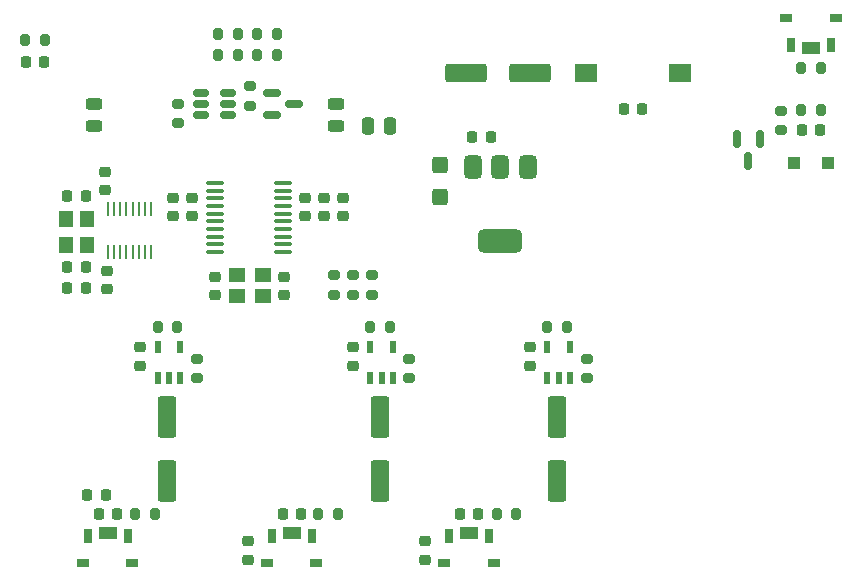
<source format=gtp>
G04 #@! TF.GenerationSoftware,KiCad,Pcbnew,8.0.2*
G04 #@! TF.CreationDate,2024-05-30T21:41:25+08:00*
G04 #@! TF.ProjectId,pppc_usb_hub,70707063-5f75-4736-925f-6875622e6b69,rev?*
G04 #@! TF.SameCoordinates,Original*
G04 #@! TF.FileFunction,Paste,Top*
G04 #@! TF.FilePolarity,Positive*
%FSLAX46Y46*%
G04 Gerber Fmt 4.6, Leading zero omitted, Abs format (unit mm)*
G04 Created by KiCad (PCBNEW 8.0.2) date 2024-05-30 21:41:25*
%MOMM*%
%LPD*%
G01*
G04 APERTURE LIST*
G04 Aperture macros list*
%AMRoundRect*
0 Rectangle with rounded corners*
0 $1 Rounding radius*
0 $2 $3 $4 $5 $6 $7 $8 $9 X,Y pos of 4 corners*
0 Add a 4 corners polygon primitive as box body*
4,1,4,$2,$3,$4,$5,$6,$7,$8,$9,$2,$3,0*
0 Add four circle primitives for the rounded corners*
1,1,$1+$1,$2,$3*
1,1,$1+$1,$4,$5*
1,1,$1+$1,$6,$7*
1,1,$1+$1,$8,$9*
0 Add four rect primitives between the rounded corners*
20,1,$1+$1,$2,$3,$4,$5,0*
20,1,$1+$1,$4,$5,$6,$7,0*
20,1,$1+$1,$6,$7,$8,$9,0*
20,1,$1+$1,$8,$9,$2,$3,0*%
G04 Aperture macros list end*
%ADD10R,1.100000X0.700000*%
%ADD11R,1.500000X1.000000*%
%ADD12R,0.700000X1.200000*%
%ADD13RoundRect,0.200000X0.200000X0.275000X-0.200000X0.275000X-0.200000X-0.275000X0.200000X-0.275000X0*%
%ADD14R,0.250000X1.200000*%
%ADD15RoundRect,0.225000X0.250000X-0.225000X0.250000X0.225000X-0.250000X0.225000X-0.250000X-0.225000X0*%
%ADD16R,0.600000X1.100000*%
%ADD17RoundRect,0.250000X0.300000X0.300000X-0.300000X0.300000X-0.300000X-0.300000X0.300000X-0.300000X0*%
%ADD18RoundRect,0.225000X0.225000X0.250000X-0.225000X0.250000X-0.225000X-0.250000X0.225000X-0.250000X0*%
%ADD19RoundRect,0.200000X0.275000X-0.200000X0.275000X0.200000X-0.275000X0.200000X-0.275000X-0.200000X0*%
%ADD20RoundRect,0.200000X-0.275000X0.200000X-0.275000X-0.200000X0.275000X-0.200000X0.275000X0.200000X0*%
%ADD21RoundRect,0.218750X-0.218750X-0.256250X0.218750X-0.256250X0.218750X0.256250X-0.218750X0.256250X0*%
%ADD22RoundRect,0.225000X-0.250000X0.225000X-0.250000X-0.225000X0.250000X-0.225000X0.250000X0.225000X0*%
%ADD23RoundRect,0.200000X-0.200000X-0.275000X0.200000X-0.275000X0.200000X0.275000X-0.200000X0.275000X0*%
%ADD24R,1.200000X1.400000*%
%ADD25RoundRect,0.150000X-0.150000X0.587500X-0.150000X-0.587500X0.150000X-0.587500X0.150000X0.587500X0*%
%ADD26RoundRect,0.225000X-0.225000X-0.250000X0.225000X-0.250000X0.225000X0.250000X-0.225000X0.250000X0*%
%ADD27RoundRect,0.150000X-0.512500X-0.150000X0.512500X-0.150000X0.512500X0.150000X-0.512500X0.150000X0*%
%ADD28RoundRect,0.375000X-0.375000X0.625000X-0.375000X-0.625000X0.375000X-0.625000X0.375000X0.625000X0*%
%ADD29RoundRect,0.500000X-1.400000X0.500000X-1.400000X-0.500000X1.400000X-0.500000X1.400000X0.500000X0*%
%ADD30R,1.900000X1.500000*%
%ADD31RoundRect,0.250000X-1.500000X-0.550000X1.500000X-0.550000X1.500000X0.550000X-1.500000X0.550000X0*%
%ADD32RoundRect,0.150000X-0.587500X-0.150000X0.587500X-0.150000X0.587500X0.150000X-0.587500X0.150000X0*%
%ADD33RoundRect,0.100000X0.637500X0.100000X-0.637500X0.100000X-0.637500X-0.100000X0.637500X-0.100000X0*%
%ADD34RoundRect,0.250000X-0.550000X1.500000X-0.550000X-1.500000X0.550000X-1.500000X0.550000X1.500000X0*%
%ADD35RoundRect,0.218750X0.218750X0.256250X-0.218750X0.256250X-0.218750X-0.256250X0.218750X-0.256250X0*%
%ADD36R,1.400000X1.200000*%
%ADD37RoundRect,0.250000X0.425000X-0.450000X0.425000X0.450000X-0.425000X0.450000X-0.425000X-0.450000X0*%
%ADD38RoundRect,0.243750X-0.456250X0.243750X-0.456250X-0.243750X0.456250X-0.243750X0.456250X0.243750X0*%
%ADD39RoundRect,0.250000X-0.250000X-0.475000X0.250000X-0.475000X0.250000X0.475000X-0.250000X0.475000X0*%
G04 APERTURE END LIST*
D10*
X175699900Y-81913500D03*
X179900100Y-81913500D03*
D11*
X177800000Y-84463500D03*
D12*
X176100000Y-84163500D03*
X179500000Y-84163500D03*
D13*
X137725000Y-123900000D03*
X136075000Y-123900000D03*
D14*
X121955000Y-98099900D03*
X121424900Y-98099900D03*
X120895000Y-98099900D03*
X120364900Y-98099900D03*
X119835100Y-98099900D03*
X119305000Y-98099900D03*
X118774900Y-98099900D03*
X118245000Y-98099900D03*
X118245000Y-101700100D03*
X118774900Y-101700100D03*
X119305000Y-101700100D03*
X119835100Y-101700100D03*
X120364900Y-101700100D03*
X120895000Y-101700100D03*
X121424900Y-101700100D03*
X121955000Y-101700100D03*
D15*
X138200000Y-98675000D03*
X138200000Y-97125000D03*
D13*
X132574000Y-83300000D03*
X130924000Y-83300000D03*
D16*
X140488000Y-112399900D03*
X141438000Y-112399900D03*
X142388000Y-112399900D03*
X142388000Y-109799700D03*
X140488000Y-109799700D03*
D13*
X152850000Y-123900000D03*
X151200000Y-123900000D03*
D15*
X136600000Y-98675000D03*
X136600000Y-97125000D03*
D17*
X179197500Y-94200000D03*
X176397500Y-94200000D03*
D18*
X163525000Y-89600000D03*
X161975000Y-89600000D03*
D19*
X125800000Y-112399900D03*
X125800000Y-110749900D03*
D20*
X140600000Y-103675000D03*
X140600000Y-105325000D03*
D13*
X124135500Y-108100000D03*
X122485500Y-108100000D03*
D18*
X116375000Y-104800000D03*
X114825000Y-104800000D03*
D13*
X132574000Y-85000000D03*
X130924000Y-85000000D03*
D16*
X122474500Y-112399900D03*
X123424500Y-112399900D03*
X124374500Y-112399900D03*
X124374500Y-109799700D03*
X122474500Y-109799700D03*
D12*
X116549900Y-125800000D03*
X119949900Y-125800000D03*
D11*
X118249900Y-125500000D03*
D10*
X116149800Y-128050000D03*
X120350000Y-128050000D03*
D21*
X117482400Y-123900000D03*
X119057400Y-123900000D03*
D20*
X124200000Y-89175000D03*
X124200000Y-90825000D03*
D22*
X154000000Y-109799700D03*
X154000000Y-111349700D03*
D16*
X155488000Y-112399900D03*
X156438000Y-112399900D03*
X157388000Y-112399900D03*
X157388000Y-109799700D03*
X155488000Y-109799700D03*
D12*
X132124000Y-125800000D03*
X135524000Y-125800000D03*
D11*
X133824000Y-125500000D03*
D10*
X131723900Y-128050000D03*
X135924100Y-128050000D03*
D23*
X127624000Y-83300000D03*
X129274000Y-83300000D03*
D24*
X114732784Y-98926800D03*
X114732784Y-101127000D03*
X116482784Y-101127000D03*
X116482784Y-98926800D03*
D20*
X139000000Y-103675000D03*
X139000000Y-105325000D03*
D25*
X173450000Y-92125000D03*
X171550000Y-92125000D03*
X172500000Y-94000000D03*
D13*
X112937500Y-83800000D03*
X111287500Y-83800000D03*
D19*
X175300000Y-91425000D03*
X175300000Y-89775000D03*
D26*
X149125000Y-92000000D03*
X150675000Y-92000000D03*
D13*
X122225000Y-123900000D03*
X120575000Y-123900000D03*
D19*
X143800000Y-112399900D03*
X143800000Y-110749900D03*
D27*
X126162500Y-88250000D03*
X126162500Y-89200000D03*
X126162500Y-90150000D03*
X128437500Y-90150000D03*
X128437500Y-89200000D03*
X128437500Y-88250000D03*
D18*
X116375000Y-103000000D03*
X114825000Y-103000000D03*
D22*
X145100000Y-126225000D03*
X145100000Y-127775000D03*
D28*
X153800000Y-94500000D03*
X151500000Y-94500000D03*
D29*
X151500000Y-100800000D03*
D28*
X149200000Y-94500000D03*
D30*
X166750000Y-86550000D03*
X158750000Y-86550000D03*
D31*
X148600000Y-86600000D03*
X154000000Y-86600000D03*
D32*
X132162500Y-88250000D03*
X132162500Y-90150000D03*
X134037500Y-89200000D03*
D22*
X121000000Y-109799700D03*
X121000000Y-111349700D03*
X130100000Y-126225000D03*
X130100000Y-127775000D03*
D15*
X127300000Y-105375000D03*
X127300000Y-103825000D03*
D21*
X133056500Y-123900000D03*
X134631500Y-123900000D03*
D22*
X133200000Y-103825000D03*
X133200000Y-105375000D03*
D33*
X133062500Y-101725000D03*
X133062500Y-101075000D03*
X133062500Y-100425000D03*
X133062500Y-99775000D03*
X133062500Y-99125000D03*
X133062500Y-98475000D03*
X133062500Y-97825000D03*
X133062500Y-97175000D03*
X133062500Y-96525000D03*
X133062500Y-95875000D03*
X127337500Y-95875000D03*
X127337500Y-96525000D03*
X127337500Y-97175000D03*
X127337500Y-97825000D03*
X127337500Y-98475000D03*
X127337500Y-99125000D03*
X127337500Y-99775000D03*
X127337500Y-100425000D03*
X127337500Y-101075000D03*
X127337500Y-101725000D03*
D22*
X139000000Y-109799700D03*
X139000000Y-111349700D03*
D34*
X156324000Y-115699900D03*
X156324000Y-121099900D03*
D26*
X114825000Y-97000000D03*
X116375000Y-97000000D03*
D13*
X142125000Y-108100000D03*
X140475000Y-108100000D03*
X157125000Y-108100000D03*
X155475000Y-108100000D03*
X178645000Y-89700000D03*
X176995000Y-89700000D03*
D35*
X112887500Y-85600000D03*
X111312500Y-85600000D03*
D15*
X125400000Y-98675000D03*
X125400000Y-97125000D03*
D12*
X147124000Y-125800000D03*
X150524000Y-125800000D03*
D11*
X148824000Y-125500000D03*
D10*
X146723900Y-128050000D03*
X150924100Y-128050000D03*
D36*
X131360700Y-103700000D03*
X129160500Y-103700000D03*
X129160500Y-105450000D03*
X131360700Y-105450000D03*
D37*
X146400000Y-97050000D03*
X146400000Y-94350000D03*
D19*
X130265000Y-89325000D03*
X130265000Y-87675000D03*
D23*
X127624000Y-85000000D03*
X129274000Y-85000000D03*
D34*
X123310500Y-115699900D03*
X123310500Y-121099900D03*
D35*
X178587500Y-91400000D03*
X177012500Y-91400000D03*
D21*
X148056500Y-123900000D03*
X149631500Y-123900000D03*
D38*
X117100000Y-89162500D03*
X117100000Y-91037500D03*
D39*
X140250000Y-91037500D03*
X142150000Y-91037500D03*
D13*
X178625000Y-86100000D03*
X176975000Y-86100000D03*
D22*
X118200000Y-103325000D03*
X118200000Y-104875000D03*
D15*
X135000000Y-98675000D03*
X135000000Y-97125000D03*
D19*
X158800000Y-112399900D03*
X158800000Y-110749900D03*
D26*
X116525000Y-122300000D03*
X118075000Y-122300000D03*
D15*
X123800000Y-98675000D03*
X123800000Y-97125000D03*
D34*
X141324000Y-115699900D03*
X141324000Y-121099900D03*
D20*
X137400000Y-103675000D03*
X137400000Y-105325000D03*
D38*
X137600000Y-89162500D03*
X137600000Y-91037500D03*
D15*
X118000000Y-96475000D03*
X118000000Y-94925000D03*
M02*

</source>
